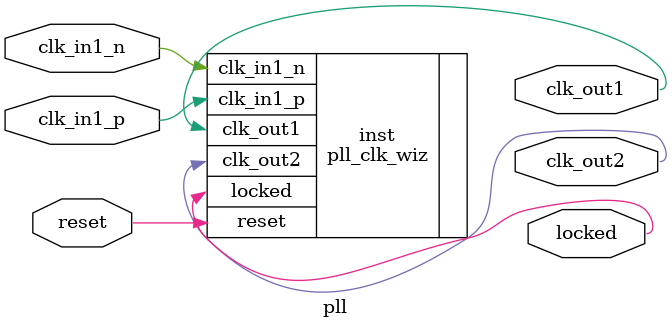
<source format=v>


`timescale 1ps/1ps

(* CORE_GENERATION_INFO = "pll,clk_wiz_v6_0_9_0_0,{component_name=pll,use_phase_alignment=false,use_min_o_jitter=false,use_max_i_jitter=false,use_dyn_phase_shift=false,use_inclk_switchover=false,use_dyn_reconfig=false,enable_axi=0,feedback_source=FDBK_AUTO,PRIMITIVE=MMCM,num_out_clk=2,clkin1_period=10.000,clkin2_period=10.000,use_power_down=false,use_reset=true,use_locked=true,use_inclk_stopped=false,feedback_type=SINGLE,CLOCK_MGR_TYPE=NA,manual_override=false}" *)

module pll 
 (
  // Clock out ports
  output        clk_out1,
  output        clk_out2,
  // Status and control signals
  input         reset,
  output        locked,
 // Clock in ports
  input         clk_in1_p,
  input         clk_in1_n
 );

  pll_clk_wiz inst
  (
  // Clock out ports  
  .clk_out1(clk_out1),
  .clk_out2(clk_out2),
  // Status and control signals               
  .reset(reset), 
  .locked(locked),
 // Clock in ports
  .clk_in1_p(clk_in1_p),
  .clk_in1_n(clk_in1_n)
  );

endmodule

</source>
